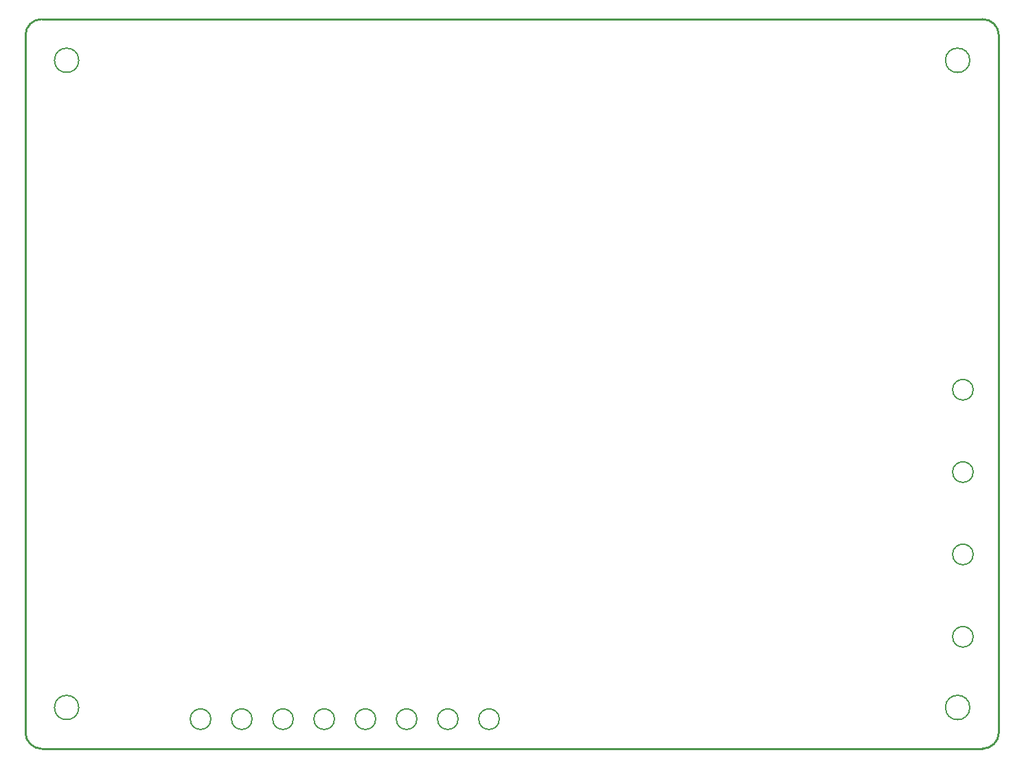
<source format=gko>
%FSLAX25Y25*%
%MOIN*%
G70*
G01*
G75*
G04 Layer_Color=16711935*
G04:AMPARAMS|DCode=10|XSize=78.74mil|YSize=177.16mil|CornerRadius=0mil|HoleSize=0mil|Usage=FLASHONLY|Rotation=45.000|XOffset=0mil|YOffset=0mil|HoleType=Round|Shape=Rectangle|*
%AMROTATEDRECTD10*
4,1,4,0.03480,-0.09048,-0.09048,0.03480,-0.03480,0.09048,0.09048,-0.03480,0.03480,-0.09048,0.0*
%
%ADD10ROTATEDRECTD10*%

%ADD11R,0.05500X0.04000*%
%ADD12O,0.06000X0.11024*%
%ADD13R,0.06000X0.11024*%
G04:AMPARAMS|DCode=14|XSize=74.8mil|YSize=129.92mil|CornerRadius=0mil|HoleSize=0mil|Usage=FLASHONLY|Rotation=0.000|XOffset=0mil|YOffset=0mil|HoleType=Round|Shape=Octagon|*
%AMOCTAGOND14*
4,1,8,-0.01870,0.06496,0.01870,0.06496,0.03740,0.04626,0.03740,-0.04626,0.01870,-0.06496,-0.01870,-0.06496,-0.03740,-0.04626,-0.03740,0.04626,-0.01870,0.06496,0.0*
%
%ADD14OCTAGOND14*%

%ADD15R,0.02756X0.07087*%
%ADD16R,0.02756X0.05315*%
%ADD17R,0.04000X0.05500*%
%ADD18R,0.06000X0.06000*%
%ADD19R,0.07500X0.10000*%
%ADD20R,0.03500X0.03000*%
%ADD21R,0.06000X0.10000*%
%ADD22R,0.10000X0.06000*%
%ADD23R,0.04725X0.13779*%
%ADD24R,0.04725X0.13779*%
%ADD25R,0.06299X0.01181*%
%ADD26R,0.01181X0.06299*%
%ADD27C,0.02500*%
%ADD28C,0.05000*%
%ADD29C,0.01200*%
%ADD30C,0.01000*%
%ADD31C,0.02000*%
%ADD32C,0.03000*%
%ADD33C,0.01500*%
%ADD34C,0.06000*%
%ADD35R,0.05906X0.05906*%
%ADD36C,0.05906*%
%ADD37C,0.06500*%
%ADD38O,0.07874X0.15748*%
%ADD39O,0.15748X0.07874*%
%ADD40O,0.16535X0.07874*%
%ADD41R,0.10236X0.10236*%
%ADD42C,0.10236*%
%ADD43R,0.09449X0.09449*%
%ADD44C,0.09449*%
%ADD45R,0.05906X0.05906*%
%ADD46C,0.08000*%
%ADD47C,0.02000*%
%ADD48R,0.05000X0.06000*%
%ADD49C,0.00800*%
%ADD50C,0.01600*%
%ADD51C,0.00100*%
%ADD52C,0.01969*%
%ADD53C,0.04000*%
%ADD54C,0.00787*%
%ADD55C,0.00600*%
%ADD56R,0.05000X0.00400*%
%ADD57R,0.00400X0.05000*%
G04:AMPARAMS|DCode=58|XSize=86.74mil|YSize=185.17mil|CornerRadius=0mil|HoleSize=0mil|Usage=FLASHONLY|Rotation=45.000|XOffset=0mil|YOffset=0mil|HoleType=Round|Shape=Rectangle|*
%AMROTATEDRECTD58*
4,1,4,0.03480,-0.09613,-0.09613,0.03480,-0.03480,0.09613,0.09613,-0.03480,0.03480,-0.09613,0.0*
%
%ADD58ROTATEDRECTD58*%

%ADD59R,0.06300X0.04800*%
%ADD60O,0.06800X0.11824*%
%ADD61R,0.06800X0.11824*%
G04:AMPARAMS|DCode=62|XSize=82.8mil|YSize=137.92mil|CornerRadius=0mil|HoleSize=0mil|Usage=FLASHONLY|Rotation=0.000|XOffset=0mil|YOffset=0mil|HoleType=Round|Shape=Octagon|*
%AMOCTAGOND62*
4,1,8,-0.02070,0.06896,0.02070,0.06896,0.04140,0.04826,0.04140,-0.04826,0.02070,-0.06896,-0.02070,-0.06896,-0.04140,-0.04826,-0.04140,0.04826,-0.02070,0.06896,0.0*
%
%ADD62OCTAGOND62*%

%ADD63R,0.03556X0.07887*%
%ADD64R,0.03556X0.06115*%
%ADD65R,0.04800X0.06300*%
%ADD66R,0.06800X0.06800*%
%ADD67R,0.08300X0.10800*%
%ADD68R,0.04300X0.03800*%
%ADD69R,0.06800X0.10800*%
%ADD70R,0.10800X0.06800*%
%ADD71R,0.05525X0.14579*%
%ADD72R,0.05525X0.14579*%
%ADD73R,0.07099X0.01981*%
%ADD74R,0.01981X0.07099*%
%ADD75C,0.06800*%
%ADD76R,0.06706X0.06706*%
%ADD77C,0.06706*%
%ADD78C,0.07300*%
%ADD79O,0.08674X0.16548*%
%ADD80O,0.16548X0.08674*%
%ADD81O,0.17335X0.08674*%
%ADD82R,0.11036X0.11036*%
%ADD83C,0.11036*%
%ADD84R,0.10249X0.10249*%
%ADD85C,0.10249*%
%ADD86R,0.06706X0.06706*%
%ADD87C,0.08800*%
%ADD88R,0.05800X0.06800*%
D30*
X464567Y-354331D02*
G03*
X472441Y-346457I-0J7874D01*
G01*
Y-7874D02*
G03*
X464567Y0I-7874J0D01*
G01*
X7874D02*
G03*
X0Y-7874I0J-7874D01*
G01*
Y-346457D02*
G03*
X7874Y-354331I7874J0D01*
G01*
X464567D01*
X472441Y-346457D02*
Y-7874D01*
X7874Y0D02*
X464567D01*
X0Y-346457D02*
Y-7874D01*
D55*
X458347Y-334331D02*
G03*
X458347Y-334331I-5906J0D01*
G01*
X230000Y-340000D02*
G03*
X230000Y-340000I-5000J0D01*
G01*
X210000D02*
G03*
X210000Y-340000I-5000J0D01*
G01*
X190000D02*
G03*
X190000Y-340000I-5000J0D01*
G01*
X170000D02*
G03*
X170000Y-340000I-5000J0D01*
G01*
X150000D02*
G03*
X150000Y-340000I-5000J0D01*
G01*
X130000D02*
G03*
X130000Y-340000I-5000J0D01*
G01*
X110000D02*
G03*
X110000Y-340000I-5000J0D01*
G01*
X90000D02*
G03*
X90000Y-340000I-5000J0D01*
G01*
X460000Y-300000D02*
G03*
X460000Y-300000I-5000J0D01*
G01*
Y-260000D02*
G03*
X460000Y-260000I-5000J0D01*
G01*
Y-220000D02*
G03*
X460000Y-220000I-5000J0D01*
G01*
Y-180000D02*
G03*
X460000Y-180000I-5000J0D01*
G01*
X458347Y-20000D02*
G03*
X458347Y-20000I-5906J0D01*
G01*
X25905Y-334331D02*
G03*
X25905Y-334331I-5906J0D01*
G01*
Y-20000D02*
G03*
X25905Y-20000I-5906J0D01*
G01*
M02*

</source>
